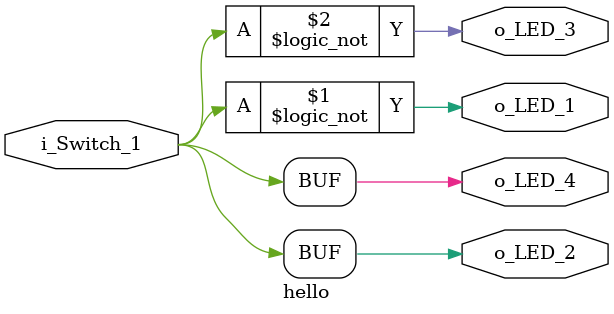
<source format=v>
module hello(i_Switch_1, o_LED_1, o_LED_2, o_LED_3, o_LED_4);
	input wire i_Switch_1;

	output wire o_LED_1;
	output wire o_LED_2;
	output wire o_LED_3;
	output wire o_LED_4;

	assign o_LED_1 = !i_Switch_1;
	assign o_LED_2 = i_Switch_1;
	assign o_LED_3 = !i_Switch_1;
	assign o_LED_4 = i_Switch_1;
endmodule

</source>
